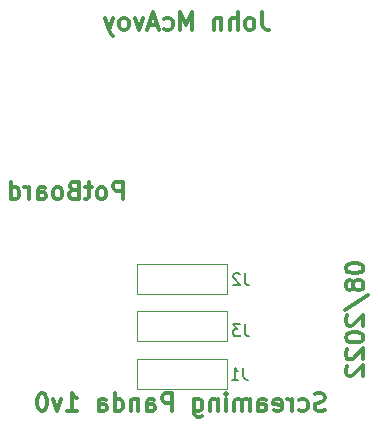
<source format=gbr>
%TF.GenerationSoftware,KiCad,Pcbnew,5.1.10*%
%TF.CreationDate,2021-09-21T18:29:05-07:00*%
%TF.ProjectId,PotBoard,506f7442-6f61-4726-942e-6b696361645f,rev?*%
%TF.SameCoordinates,Original*%
%TF.FileFunction,Legend,Bot*%
%TF.FilePolarity,Positive*%
%FSLAX46Y46*%
G04 Gerber Fmt 4.6, Leading zero omitted, Abs format (unit mm)*
G04 Created by KiCad (PCBNEW 5.1.10) date 2021-09-21 18:29:05*
%MOMM*%
%LPD*%
G01*
G04 APERTURE LIST*
%ADD10C,0.300000*%
%ADD11C,0.120000*%
%ADD12C,0.150000*%
G04 APERTURE END LIST*
D10*
X151245831Y-117448248D02*
X151245831Y-117591105D01*
X151317260Y-117733962D01*
X151388688Y-117805391D01*
X151531545Y-117876820D01*
X151817260Y-117948248D01*
X152174402Y-117948248D01*
X152460117Y-117876820D01*
X152602974Y-117805391D01*
X152674402Y-117733962D01*
X152745831Y-117591105D01*
X152745831Y-117448248D01*
X152674402Y-117305391D01*
X152602974Y-117233962D01*
X152460117Y-117162534D01*
X152174402Y-117091105D01*
X151817260Y-117091105D01*
X151531545Y-117162534D01*
X151388688Y-117233962D01*
X151317260Y-117305391D01*
X151245831Y-117448248D01*
X151888688Y-118805391D02*
X151817260Y-118662534D01*
X151745831Y-118591105D01*
X151602974Y-118519677D01*
X151531545Y-118519677D01*
X151388688Y-118591105D01*
X151317260Y-118662534D01*
X151245831Y-118805391D01*
X151245831Y-119091105D01*
X151317260Y-119233962D01*
X151388688Y-119305391D01*
X151531545Y-119376820D01*
X151602974Y-119376820D01*
X151745831Y-119305391D01*
X151817260Y-119233962D01*
X151888688Y-119091105D01*
X151888688Y-118805391D01*
X151960117Y-118662534D01*
X152031545Y-118591105D01*
X152174402Y-118519677D01*
X152460117Y-118519677D01*
X152602974Y-118591105D01*
X152674402Y-118662534D01*
X152745831Y-118805391D01*
X152745831Y-119091105D01*
X152674402Y-119233962D01*
X152602974Y-119305391D01*
X152460117Y-119376820D01*
X152174402Y-119376820D01*
X152031545Y-119305391D01*
X151960117Y-119233962D01*
X151888688Y-119091105D01*
X151174402Y-121091105D02*
X153102974Y-119805391D01*
X151388688Y-121519677D02*
X151317260Y-121591105D01*
X151245831Y-121733962D01*
X151245831Y-122091105D01*
X151317260Y-122233962D01*
X151388688Y-122305391D01*
X151531545Y-122376820D01*
X151674402Y-122376820D01*
X151888688Y-122305391D01*
X152745831Y-121448248D01*
X152745831Y-122376820D01*
X151245831Y-123305391D02*
X151245831Y-123448248D01*
X151317260Y-123591105D01*
X151388688Y-123662534D01*
X151531545Y-123733962D01*
X151817260Y-123805391D01*
X152174402Y-123805391D01*
X152460117Y-123733962D01*
X152602974Y-123662534D01*
X152674402Y-123591105D01*
X152745831Y-123448248D01*
X152745831Y-123305391D01*
X152674402Y-123162534D01*
X152602974Y-123091105D01*
X152460117Y-123019677D01*
X152174402Y-122948248D01*
X151817260Y-122948248D01*
X151531545Y-123019677D01*
X151388688Y-123091105D01*
X151317260Y-123162534D01*
X151245831Y-123305391D01*
X151388688Y-124376820D02*
X151317260Y-124448248D01*
X151245831Y-124591105D01*
X151245831Y-124948248D01*
X151317260Y-125091105D01*
X151388688Y-125162534D01*
X151531545Y-125233962D01*
X151674402Y-125233962D01*
X151888688Y-125162534D01*
X152745831Y-124305391D01*
X152745831Y-125233962D01*
X151388688Y-125805391D02*
X151317260Y-125876820D01*
X151245831Y-126019677D01*
X151245831Y-126376820D01*
X151317260Y-126519677D01*
X151388688Y-126591105D01*
X151531545Y-126662534D01*
X151674402Y-126662534D01*
X151888688Y-126591105D01*
X152745831Y-125733962D01*
X152745831Y-126662534D01*
X132385000Y-111676571D02*
X132385000Y-110176571D01*
X131813571Y-110176571D01*
X131670714Y-110248000D01*
X131599285Y-110319428D01*
X131527857Y-110462285D01*
X131527857Y-110676571D01*
X131599285Y-110819428D01*
X131670714Y-110890857D01*
X131813571Y-110962285D01*
X132385000Y-110962285D01*
X130670714Y-111676571D02*
X130813571Y-111605142D01*
X130885000Y-111533714D01*
X130956428Y-111390857D01*
X130956428Y-110962285D01*
X130885000Y-110819428D01*
X130813571Y-110748000D01*
X130670714Y-110676571D01*
X130456428Y-110676571D01*
X130313571Y-110748000D01*
X130242142Y-110819428D01*
X130170714Y-110962285D01*
X130170714Y-111390857D01*
X130242142Y-111533714D01*
X130313571Y-111605142D01*
X130456428Y-111676571D01*
X130670714Y-111676571D01*
X129742142Y-110676571D02*
X129170714Y-110676571D01*
X129527857Y-110176571D02*
X129527857Y-111462285D01*
X129456428Y-111605142D01*
X129313571Y-111676571D01*
X129170714Y-111676571D01*
X128170714Y-110890857D02*
X127956428Y-110962285D01*
X127885000Y-111033714D01*
X127813571Y-111176571D01*
X127813571Y-111390857D01*
X127885000Y-111533714D01*
X127956428Y-111605142D01*
X128099285Y-111676571D01*
X128670714Y-111676571D01*
X128670714Y-110176571D01*
X128170714Y-110176571D01*
X128027857Y-110248000D01*
X127956428Y-110319428D01*
X127885000Y-110462285D01*
X127885000Y-110605142D01*
X127956428Y-110748000D01*
X128027857Y-110819428D01*
X128170714Y-110890857D01*
X128670714Y-110890857D01*
X126956428Y-111676571D02*
X127099285Y-111605142D01*
X127170714Y-111533714D01*
X127242142Y-111390857D01*
X127242142Y-110962285D01*
X127170714Y-110819428D01*
X127099285Y-110748000D01*
X126956428Y-110676571D01*
X126742142Y-110676571D01*
X126599285Y-110748000D01*
X126527857Y-110819428D01*
X126456428Y-110962285D01*
X126456428Y-111390857D01*
X126527857Y-111533714D01*
X126599285Y-111605142D01*
X126742142Y-111676571D01*
X126956428Y-111676571D01*
X125170714Y-111676571D02*
X125170714Y-110890857D01*
X125242142Y-110748000D01*
X125385000Y-110676571D01*
X125670714Y-110676571D01*
X125813571Y-110748000D01*
X125170714Y-111605142D02*
X125313571Y-111676571D01*
X125670714Y-111676571D01*
X125813571Y-111605142D01*
X125885000Y-111462285D01*
X125885000Y-111319428D01*
X125813571Y-111176571D01*
X125670714Y-111105142D01*
X125313571Y-111105142D01*
X125170714Y-111033714D01*
X124456428Y-111676571D02*
X124456428Y-110676571D01*
X124456428Y-110962285D02*
X124385000Y-110819428D01*
X124313571Y-110748000D01*
X124170714Y-110676571D01*
X124027857Y-110676571D01*
X122885000Y-111676571D02*
X122885000Y-110176571D01*
X122885000Y-111605142D02*
X123027857Y-111676571D01*
X123313571Y-111676571D01*
X123456428Y-111605142D01*
X123527857Y-111533714D01*
X123599285Y-111390857D01*
X123599285Y-110962285D01*
X123527857Y-110819428D01*
X123456428Y-110748000D01*
X123313571Y-110676571D01*
X123027857Y-110676571D01*
X122885000Y-110748000D01*
X144152142Y-95825571D02*
X144152142Y-96897000D01*
X144223571Y-97111285D01*
X144366428Y-97254142D01*
X144580714Y-97325571D01*
X144723571Y-97325571D01*
X143223571Y-97325571D02*
X143366428Y-97254142D01*
X143437857Y-97182714D01*
X143509285Y-97039857D01*
X143509285Y-96611285D01*
X143437857Y-96468428D01*
X143366428Y-96397000D01*
X143223571Y-96325571D01*
X143009285Y-96325571D01*
X142866428Y-96397000D01*
X142795000Y-96468428D01*
X142723571Y-96611285D01*
X142723571Y-97039857D01*
X142795000Y-97182714D01*
X142866428Y-97254142D01*
X143009285Y-97325571D01*
X143223571Y-97325571D01*
X142080714Y-97325571D02*
X142080714Y-95825571D01*
X141437857Y-97325571D02*
X141437857Y-96539857D01*
X141509285Y-96397000D01*
X141652142Y-96325571D01*
X141866428Y-96325571D01*
X142009285Y-96397000D01*
X142080714Y-96468428D01*
X140723571Y-96325571D02*
X140723571Y-97325571D01*
X140723571Y-96468428D02*
X140652142Y-96397000D01*
X140509285Y-96325571D01*
X140295000Y-96325571D01*
X140152142Y-96397000D01*
X140080714Y-96539857D01*
X140080714Y-97325571D01*
X138223571Y-97325571D02*
X138223571Y-95825571D01*
X137723571Y-96897000D01*
X137223571Y-95825571D01*
X137223571Y-97325571D01*
X135866428Y-97254142D02*
X136009285Y-97325571D01*
X136295000Y-97325571D01*
X136437857Y-97254142D01*
X136509285Y-97182714D01*
X136580714Y-97039857D01*
X136580714Y-96611285D01*
X136509285Y-96468428D01*
X136437857Y-96397000D01*
X136295000Y-96325571D01*
X136009285Y-96325571D01*
X135866428Y-96397000D01*
X135295000Y-96897000D02*
X134580714Y-96897000D01*
X135437857Y-97325571D02*
X134937857Y-95825571D01*
X134437857Y-97325571D01*
X134080714Y-96325571D02*
X133723571Y-97325571D01*
X133366428Y-96325571D01*
X132580714Y-97325571D02*
X132723571Y-97254142D01*
X132795000Y-97182714D01*
X132866428Y-97039857D01*
X132866428Y-96611285D01*
X132795000Y-96468428D01*
X132723571Y-96397000D01*
X132580714Y-96325571D01*
X132366428Y-96325571D01*
X132223571Y-96397000D01*
X132152142Y-96468428D01*
X132080714Y-96611285D01*
X132080714Y-97039857D01*
X132152142Y-97182714D01*
X132223571Y-97254142D01*
X132366428Y-97325571D01*
X132580714Y-97325571D01*
X131580714Y-96325571D02*
X131223571Y-97325571D01*
X130866428Y-96325571D02*
X131223571Y-97325571D01*
X131366428Y-97682714D01*
X131437857Y-97754142D01*
X131580714Y-97825571D01*
X149460491Y-129542622D02*
X149246205Y-129614051D01*
X148889062Y-129614051D01*
X148746205Y-129542622D01*
X148674777Y-129471194D01*
X148603348Y-129328337D01*
X148603348Y-129185480D01*
X148674777Y-129042622D01*
X148746205Y-128971194D01*
X148889062Y-128899765D01*
X149174777Y-128828337D01*
X149317634Y-128756908D01*
X149389062Y-128685480D01*
X149460491Y-128542622D01*
X149460491Y-128399765D01*
X149389062Y-128256908D01*
X149317634Y-128185480D01*
X149174777Y-128114051D01*
X148817634Y-128114051D01*
X148603348Y-128185480D01*
X147317634Y-129542622D02*
X147460491Y-129614051D01*
X147746205Y-129614051D01*
X147889062Y-129542622D01*
X147960491Y-129471194D01*
X148031920Y-129328337D01*
X148031920Y-128899765D01*
X147960491Y-128756908D01*
X147889062Y-128685480D01*
X147746205Y-128614051D01*
X147460491Y-128614051D01*
X147317634Y-128685480D01*
X146674777Y-129614051D02*
X146674777Y-128614051D01*
X146674777Y-128899765D02*
X146603348Y-128756908D01*
X146531920Y-128685480D01*
X146389062Y-128614051D01*
X146246205Y-128614051D01*
X145174777Y-129542622D02*
X145317634Y-129614051D01*
X145603348Y-129614051D01*
X145746205Y-129542622D01*
X145817634Y-129399765D01*
X145817634Y-128828337D01*
X145746205Y-128685480D01*
X145603348Y-128614051D01*
X145317634Y-128614051D01*
X145174777Y-128685480D01*
X145103348Y-128828337D01*
X145103348Y-128971194D01*
X145817634Y-129114051D01*
X143817634Y-129614051D02*
X143817634Y-128828337D01*
X143889062Y-128685480D01*
X144031920Y-128614051D01*
X144317634Y-128614051D01*
X144460491Y-128685480D01*
X143817634Y-129542622D02*
X143960491Y-129614051D01*
X144317634Y-129614051D01*
X144460491Y-129542622D01*
X144531920Y-129399765D01*
X144531920Y-129256908D01*
X144460491Y-129114051D01*
X144317634Y-129042622D01*
X143960491Y-129042622D01*
X143817634Y-128971194D01*
X143103348Y-129614051D02*
X143103348Y-128614051D01*
X143103348Y-128756908D02*
X143031920Y-128685480D01*
X142889062Y-128614051D01*
X142674777Y-128614051D01*
X142531920Y-128685480D01*
X142460491Y-128828337D01*
X142460491Y-129614051D01*
X142460491Y-128828337D02*
X142389062Y-128685480D01*
X142246205Y-128614051D01*
X142031920Y-128614051D01*
X141889062Y-128685480D01*
X141817634Y-128828337D01*
X141817634Y-129614051D01*
X141103348Y-129614051D02*
X141103348Y-128614051D01*
X141103348Y-128114051D02*
X141174777Y-128185480D01*
X141103348Y-128256908D01*
X141031920Y-128185480D01*
X141103348Y-128114051D01*
X141103348Y-128256908D01*
X140389062Y-128614051D02*
X140389062Y-129614051D01*
X140389062Y-128756908D02*
X140317634Y-128685480D01*
X140174777Y-128614051D01*
X139960491Y-128614051D01*
X139817634Y-128685480D01*
X139746205Y-128828337D01*
X139746205Y-129614051D01*
X138389062Y-128614051D02*
X138389062Y-129828337D01*
X138460491Y-129971194D01*
X138531920Y-130042622D01*
X138674777Y-130114051D01*
X138889062Y-130114051D01*
X139031920Y-130042622D01*
X138389062Y-129542622D02*
X138531920Y-129614051D01*
X138817634Y-129614051D01*
X138960491Y-129542622D01*
X139031920Y-129471194D01*
X139103348Y-129328337D01*
X139103348Y-128899765D01*
X139031920Y-128756908D01*
X138960491Y-128685480D01*
X138817634Y-128614051D01*
X138531920Y-128614051D01*
X138389062Y-128685480D01*
X136531920Y-129614051D02*
X136531920Y-128114051D01*
X135960491Y-128114051D01*
X135817634Y-128185480D01*
X135746205Y-128256908D01*
X135674777Y-128399765D01*
X135674777Y-128614051D01*
X135746205Y-128756908D01*
X135817634Y-128828337D01*
X135960491Y-128899765D01*
X136531920Y-128899765D01*
X134389062Y-129614051D02*
X134389062Y-128828337D01*
X134460491Y-128685480D01*
X134603348Y-128614051D01*
X134889062Y-128614051D01*
X135031920Y-128685480D01*
X134389062Y-129542622D02*
X134531920Y-129614051D01*
X134889062Y-129614051D01*
X135031920Y-129542622D01*
X135103348Y-129399765D01*
X135103348Y-129256908D01*
X135031920Y-129114051D01*
X134889062Y-129042622D01*
X134531920Y-129042622D01*
X134389062Y-128971194D01*
X133674777Y-128614051D02*
X133674777Y-129614051D01*
X133674777Y-128756908D02*
X133603348Y-128685480D01*
X133460491Y-128614051D01*
X133246205Y-128614051D01*
X133103348Y-128685480D01*
X133031920Y-128828337D01*
X133031920Y-129614051D01*
X131674777Y-129614051D02*
X131674777Y-128114051D01*
X131674777Y-129542622D02*
X131817634Y-129614051D01*
X132103348Y-129614051D01*
X132246205Y-129542622D01*
X132317634Y-129471194D01*
X132389062Y-129328337D01*
X132389062Y-128899765D01*
X132317634Y-128756908D01*
X132246205Y-128685480D01*
X132103348Y-128614051D01*
X131817634Y-128614051D01*
X131674777Y-128685480D01*
X130317634Y-129614051D02*
X130317634Y-128828337D01*
X130389062Y-128685480D01*
X130531920Y-128614051D01*
X130817634Y-128614051D01*
X130960491Y-128685480D01*
X130317634Y-129542622D02*
X130460491Y-129614051D01*
X130817634Y-129614051D01*
X130960491Y-129542622D01*
X131031920Y-129399765D01*
X131031920Y-129256908D01*
X130960491Y-129114051D01*
X130817634Y-129042622D01*
X130460491Y-129042622D01*
X130317634Y-128971194D01*
X127674777Y-129614051D02*
X128531920Y-129614051D01*
X128103348Y-129614051D02*
X128103348Y-128114051D01*
X128246205Y-128328337D01*
X128389062Y-128471194D01*
X128531920Y-128542622D01*
X127174777Y-128614051D02*
X126817634Y-129614051D01*
X126460491Y-128614051D01*
X125603348Y-128114051D02*
X125460491Y-128114051D01*
X125317634Y-128185480D01*
X125246205Y-128256908D01*
X125174777Y-128399765D01*
X125103348Y-128685480D01*
X125103348Y-129042622D01*
X125174777Y-129328337D01*
X125246205Y-129471194D01*
X125317634Y-129542622D01*
X125460491Y-129614051D01*
X125603348Y-129614051D01*
X125746205Y-129542622D01*
X125817634Y-129471194D01*
X125889062Y-129328337D01*
X125960491Y-129042622D01*
X125960491Y-128685480D01*
X125889062Y-128399765D01*
X125817634Y-128256908D01*
X125746205Y-128185480D01*
X125603348Y-128114051D01*
D11*
%TO.C,J3*%
X133604000Y-121158000D02*
X133604000Y-123698000D01*
X141224000Y-121158000D02*
X133604000Y-121158000D01*
X141224000Y-123698000D02*
X141224000Y-121158000D01*
X133604000Y-123698000D02*
X141224000Y-123698000D01*
%TO.C,J2*%
X141224000Y-119710200D02*
X141224000Y-117170200D01*
X133604000Y-119710200D02*
X141224000Y-119710200D01*
X133604000Y-117170200D02*
X133604000Y-119710200D01*
X141224000Y-117170200D02*
X133604000Y-117170200D01*
%TO.C,J1*%
X133604000Y-125171200D02*
X133604000Y-127711200D01*
X141224000Y-125171200D02*
X133604000Y-125171200D01*
X141224000Y-127711200D02*
X141224000Y-125171200D01*
X133604000Y-127711200D02*
X141224000Y-127711200D01*
%TO.C,J3*%
D12*
X142700333Y-122261380D02*
X142700333Y-122975666D01*
X142747952Y-123118523D01*
X142843190Y-123213761D01*
X142986047Y-123261380D01*
X143081285Y-123261380D01*
X142319380Y-122261380D02*
X141700333Y-122261380D01*
X142033666Y-122642333D01*
X141890809Y-122642333D01*
X141795571Y-122689952D01*
X141747952Y-122737571D01*
X141700333Y-122832809D01*
X141700333Y-123070904D01*
X141747952Y-123166142D01*
X141795571Y-123213761D01*
X141890809Y-123261380D01*
X142176523Y-123261380D01*
X142271761Y-123213761D01*
X142319380Y-123166142D01*
%TO.C,J2*%
X142700333Y-117943380D02*
X142700333Y-118657666D01*
X142747952Y-118800523D01*
X142843190Y-118895761D01*
X142986047Y-118943380D01*
X143081285Y-118943380D01*
X142271761Y-118038619D02*
X142224142Y-117991000D01*
X142128904Y-117943380D01*
X141890809Y-117943380D01*
X141795571Y-117991000D01*
X141747952Y-118038619D01*
X141700333Y-118133857D01*
X141700333Y-118229095D01*
X141747952Y-118371952D01*
X142319380Y-118943380D01*
X141700333Y-118943380D01*
%TO.C,J1*%
X142573333Y-125944380D02*
X142573333Y-126658666D01*
X142620952Y-126801523D01*
X142716190Y-126896761D01*
X142859047Y-126944380D01*
X142954285Y-126944380D01*
X141573333Y-126944380D02*
X142144761Y-126944380D01*
X141859047Y-126944380D02*
X141859047Y-125944380D01*
X141954285Y-126087238D01*
X142049523Y-126182476D01*
X142144761Y-126230095D01*
%TD*%
M02*

</source>
